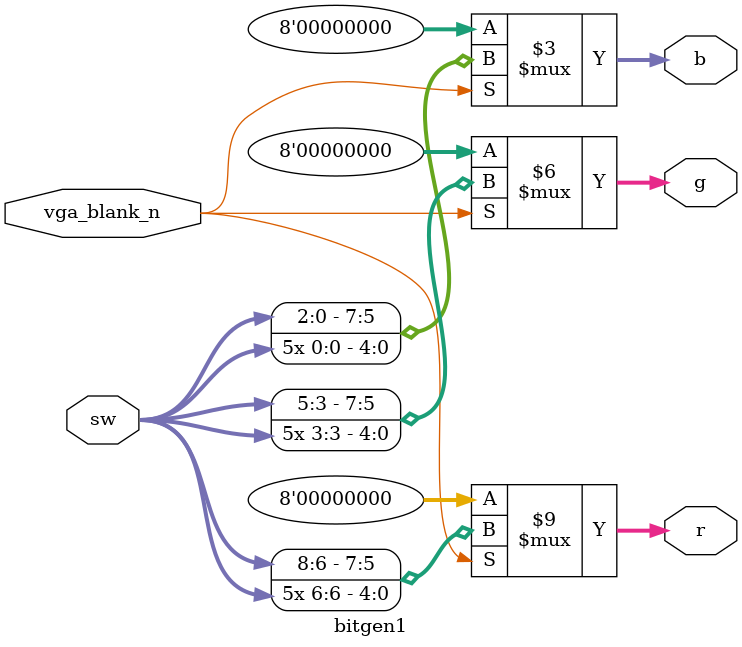
<source format=v>
/*
 * First attempt VGA bitgen - Make the entire screen one color.
 * Can output 2^9 ~ 512 colors. Most look decent enough.
 * 
 *
 * inputs:
 *    vga_blank_n - "bright" signal meaning we're drawing to the screen.
 * 	sw - switches on the board. The 3 most significant control red, 
 *											 the next 3 control green,
 *											 the final 3 control blue.
 *
 * outputs:
 *		r - 8-bit signal representing the intensity of red.  
 *		g - 8-bit signal representing the intensity of green.
 *		b - 8-bit signal representing the intensity of blue.
 */
module bitgen1 (vga_blank_n, sw, r, g, b);
	input vga_blank_n; // bright
	input [8:0] sw; // switches 8-0
	output reg [7:0] r, g, b;
	
	always@(*) begin
		if(vga_blank_n) begin
			r = {sw[8], sw[7], {6{sw[6]}}};
			g = {sw[5], sw[4], {6{sw[3]}}};
			b = {sw[2], sw[1], {6{sw[0]}}};
		end
		
		else begin
			r = 8'd0;
			g = 8'd0;
			b = 8'd0;
		end
	end
	
endmodule

</source>
